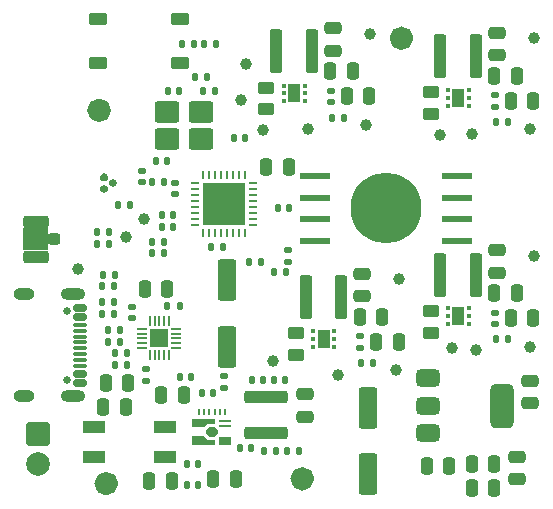
<source format=gbr>
%TF.GenerationSoftware,KiCad,Pcbnew,9.0.3*%
%TF.CreationDate,2025-12-31T13:04:55+01:00*%
%TF.ProjectId,Lars-10W-RGBW-V1,4c617273-2d31-4305-972d-524742572d56,rev?*%
%TF.SameCoordinates,Original*%
%TF.FileFunction,Soldermask,Top*%
%TF.FilePolarity,Negative*%
%FSLAX46Y46*%
G04 Gerber Fmt 4.6, Leading zero omitted, Abs format (unit mm)*
G04 Created by KiCad (PCBNEW 9.0.3) date 2025-12-31 13:04:55*
%MOMM*%
%LPD*%
G01*
G04 APERTURE LIST*
G04 Aperture macros list*
%AMRoundRect*
0 Rectangle with rounded corners*
0 $1 Rounding radius*
0 $2 $3 $4 $5 $6 $7 $8 $9 X,Y pos of 4 corners*
0 Add a 4 corners polygon primitive as box body*
4,1,4,$2,$3,$4,$5,$6,$7,$8,$9,$2,$3,0*
0 Add four circle primitives for the rounded corners*
1,1,$1+$1,$2,$3*
1,1,$1+$1,$4,$5*
1,1,$1+$1,$6,$7*
1,1,$1+$1,$8,$9*
0 Add four rect primitives between the rounded corners*
20,1,$1+$1,$2,$3,$4,$5,0*
20,1,$1+$1,$4,$5,$6,$7,0*
20,1,$1+$1,$6,$7,$8,$9,0*
20,1,$1+$1,$8,$9,$2,$3,0*%
%AMFreePoly0*
4,1,7,1.447800,-0.050800,0.812800,-0.050800,0.508000,-0.355600,-0.508000,-0.355600,-0.508000,0.355600,1.447800,0.355600,1.447800,-0.050800,1.447800,-0.050800,$1*%
%AMFreePoly1*
4,1,9,0.546100,0.114300,0.546100,-0.114300,0.241300,-0.419100,-0.241300,-0.419100,-0.546100,-0.114300,-0.546100,0.114300,-0.241300,0.419100,0.241300,0.419100,0.546100,0.114300,0.546100,0.114300,$1*%
%AMFreePoly2*
4,1,7,0.812800,0.076200,1.447800,0.076200,1.447800,-0.381000,-0.508000,-0.381000,-0.508000,0.381000,0.508000,0.381000,0.812800,0.076200,0.812800,0.076200,$1*%
G04 Aperture macros list end*
%ADD10C,1.000000*%
%ADD11RoundRect,0.250000X0.450000X-0.262500X0.450000X0.262500X-0.450000X0.262500X-0.450000X-0.262500X0*%
%ADD12RoundRect,0.250000X-0.300000X-1.600000X0.300000X-1.600000X0.300000X1.600000X-0.300000X1.600000X0*%
%ADD13RoundRect,0.140000X0.170000X-0.140000X0.170000X0.140000X-0.170000X0.140000X-0.170000X-0.140000X0*%
%ADD14RoundRect,0.250000X-0.750000X0.750000X-0.750000X-0.750000X0.750000X-0.750000X0.750000X0.750000X0*%
%ADD15C,2.000000*%
%ADD16RoundRect,0.135000X-0.135000X-0.185000X0.135000X-0.185000X0.135000X0.185000X-0.135000X0.185000X0*%
%ADD17RoundRect,0.140000X-0.140000X-0.170000X0.140000X-0.170000X0.140000X0.170000X-0.140000X0.170000X0*%
%ADD18RoundRect,0.250000X0.250000X0.475000X-0.250000X0.475000X-0.250000X-0.475000X0.250000X-0.475000X0*%
%ADD19RoundRect,0.140000X-0.170000X0.140000X-0.170000X-0.140000X0.170000X-0.140000X0.170000X0.140000X0*%
%ADD20RoundRect,0.250000X-0.475000X0.250000X-0.475000X-0.250000X0.475000X-0.250000X0.475000X0.250000X0*%
%ADD21R,2.500000X0.600000*%
%ADD22C,6.000000*%
%ADD23RoundRect,0.062500X-0.312500X-0.062500X0.312500X-0.062500X0.312500X0.062500X-0.312500X0.062500X0*%
%ADD24RoundRect,0.062500X-0.062500X-0.312500X0.062500X-0.312500X0.062500X0.312500X-0.062500X0.312500X0*%
%ADD25R,3.650000X3.650000*%
%ADD26RoundRect,0.093750X0.093750X0.106250X-0.093750X0.106250X-0.093750X-0.106250X0.093750X-0.106250X0*%
%ADD27R,1.000000X1.600000*%
%ADD28RoundRect,0.135000X0.135000X0.185000X-0.135000X0.185000X-0.135000X-0.185000X0.135000X-0.185000X0*%
%ADD29C,1.000000*%
%ADD30RoundRect,0.250000X-0.800000X-0.650000X0.800000X-0.650000X0.800000X0.650000X-0.800000X0.650000X0*%
%ADD31RoundRect,0.250000X-0.250000X-0.475000X0.250000X-0.475000X0.250000X0.475000X-0.250000X0.475000X0*%
%ADD32R,1.875000X1.050000*%
%ADD33RoundRect,0.250000X0.550000X-1.500000X0.550000X1.500000X-0.550000X1.500000X-0.550000X-1.500000X0*%
%ADD34RoundRect,0.135000X-0.185000X0.135000X-0.185000X-0.135000X0.185000X-0.135000X0.185000X0.135000X0*%
%ADD35RoundRect,0.250000X0.475000X-0.250000X0.475000X0.250000X-0.475000X0.250000X-0.475000X-0.250000X0*%
%ADD36RoundRect,0.140000X-0.206244X-0.077224X0.036244X-0.217224X0.206244X0.077224X-0.036244X0.217224X0*%
%ADD37RoundRect,0.250000X1.600000X-0.300000X1.600000X0.300000X-1.600000X0.300000X-1.600000X-0.300000X0*%
%ADD38RoundRect,0.140000X0.140000X0.170000X-0.140000X0.170000X-0.140000X-0.170000X0.140000X-0.170000X0*%
%ADD39RoundRect,0.375000X-0.625000X-0.375000X0.625000X-0.375000X0.625000X0.375000X-0.625000X0.375000X0*%
%ADD40RoundRect,0.500000X-0.500000X-1.400000X0.500000X-1.400000X0.500000X1.400000X-0.500000X1.400000X0*%
%ADD41RoundRect,0.250000X-0.550000X1.500000X-0.550000X-1.500000X0.550000X-1.500000X0.550000X1.500000X0*%
%ADD42RoundRect,0.250000X0.275000X0.250000X-0.275000X0.250000X-0.275000X-0.250000X0.275000X-0.250000X0*%
%ADD43RoundRect,0.250000X0.850000X0.275000X-0.850000X0.275000X-0.850000X-0.275000X0.850000X-0.275000X0*%
%ADD44RoundRect,0.165000X0.610000X0.385000X-0.610000X0.385000X-0.610000X-0.385000X0.610000X-0.385000X0*%
%ADD45RoundRect,0.050000X-0.375000X-0.050000X0.375000X-0.050000X0.375000X0.050000X-0.375000X0.050000X0*%
%ADD46RoundRect,0.050000X-0.050000X-0.375000X0.050000X-0.375000X0.050000X0.375000X-0.050000X0.375000X0*%
%ADD47R,1.650000X1.650000*%
%ADD48RoundRect,0.140000X-0.036244X-0.217224X0.206244X-0.077224X0.036244X0.217224X-0.206244X0.077224X0*%
%ADD49FreePoly0,0.000000*%
%ADD50FreePoly1,0.000000*%
%ADD51FreePoly2,0.000000*%
%ADD52R,1.092200X0.762000*%
%ADD53R,1.092200X0.254000*%
%ADD54R,0.254000X0.609600*%
%ADD55RoundRect,0.147500X-0.147500X-0.172500X0.147500X-0.172500X0.147500X0.172500X-0.147500X0.172500X0*%
%ADD56C,0.650000*%
%ADD57RoundRect,0.150000X-0.425000X0.150000X-0.425000X-0.150000X0.425000X-0.150000X0.425000X0.150000X0*%
%ADD58RoundRect,0.075000X-0.500000X0.075000X-0.500000X-0.075000X0.500000X-0.075000X0.500000X0.075000X0*%
%ADD59O,2.100000X1.000000*%
%ADD60O,1.800000X1.000000*%
G04 APERTURE END LIST*
%TO.C,FID2*%
D10*
X140200000Y-42400000D02*
G75*
G02*
X139200000Y-42400000I-500000J0D01*
G01*
X139200000Y-42400000D02*
G75*
G02*
X140200000Y-42400000I500000J0D01*
G01*
%TO.C,FID4*%
X115200000Y-80100000D02*
G75*
G02*
X114200000Y-80100000I-500000J0D01*
G01*
X114200000Y-80100000D02*
G75*
G02*
X115200000Y-80100000I500000J0D01*
G01*
%TO.C,J101*%
G36*
X109765000Y-60340000D02*
G01*
X107675000Y-60340000D01*
X107675000Y-58460000D01*
X109765000Y-58460000D01*
X109765000Y-60340000D01*
G37*
%TO.C,FID1*%
X114600000Y-48500000D02*
G75*
G02*
X113600000Y-48500000I-500000J0D01*
G01*
X113600000Y-48500000D02*
G75*
G02*
X114600000Y-48500000I500000J0D01*
G01*
%TO.C,FID3*%
X131800000Y-79700000D02*
G75*
G02*
X130800000Y-79700000I-500000J0D01*
G01*
X130800000Y-79700000D02*
G75*
G02*
X131800000Y-79700000I500000J0D01*
G01*
%TD*%
D11*
%TO.C,R501*%
X142200000Y-48812500D03*
X142200000Y-46987500D03*
%TD*%
%TO.C,R401*%
X142200000Y-67312500D03*
X142200000Y-65487500D03*
%TD*%
%TO.C,R301*%
X130800000Y-69212500D03*
X130800000Y-67387500D03*
%TD*%
%TO.C,R201*%
X128200000Y-48412500D03*
X128200000Y-46587500D03*
%TD*%
D12*
%TO.C,L401*%
X143000000Y-62400000D03*
X146000000Y-62400000D03*
%TD*%
D13*
%TO.C,C609*%
X124700000Y-71980000D03*
X124700000Y-71020000D03*
%TD*%
D14*
%TO.C,J601*%
X108900000Y-75900000D03*
D15*
X108900000Y-78440000D03*
%TD*%
D16*
%TO.C,R20*%
X119890000Y-65100000D03*
X120910000Y-65100000D03*
%TD*%
D17*
%TO.C,C614*%
X128920000Y-71300000D03*
X129880000Y-71300000D03*
%TD*%
D18*
%TO.C,C303*%
X139450000Y-68100000D03*
X137550000Y-68100000D03*
%TD*%
D19*
%TO.C,C19*%
X118100000Y-70420000D03*
X118100000Y-71380000D03*
%TD*%
D20*
%TO.C,C612*%
X131500000Y-72550000D03*
X131500000Y-74450000D03*
%TD*%
D16*
%TO.C,R19*%
X114890000Y-68100000D03*
X115910000Y-68100000D03*
%TD*%
D21*
%TO.C,D2*%
X144400000Y-59545000D03*
X144400000Y-57715000D03*
X144400000Y-55885000D03*
X144400000Y-54055000D03*
X132400000Y-59545000D03*
X132400000Y-57715000D03*
X132400000Y-55885000D03*
X132400000Y-54055000D03*
D22*
X138400000Y-56800000D03*
%TD*%
D13*
%TO.C,C504*%
X147600000Y-48180000D03*
X147600000Y-47220000D03*
%TD*%
D23*
%TO.C,U101*%
X122205000Y-54670000D03*
X122205000Y-55170000D03*
X122205000Y-55670000D03*
X122205000Y-56170000D03*
X122205000Y-56670000D03*
X122205000Y-57170000D03*
X122205000Y-57670000D03*
X122205000Y-58170000D03*
D24*
X122930000Y-58895000D03*
X123430000Y-58895000D03*
X123930000Y-58895000D03*
X124430000Y-58895000D03*
X124930000Y-58895000D03*
X125430000Y-58895000D03*
X125930000Y-58895000D03*
X126430000Y-58895000D03*
D23*
X127155000Y-58170000D03*
X127155000Y-57670000D03*
X127155000Y-57170000D03*
X127155000Y-56670000D03*
X127155000Y-56170000D03*
X127155000Y-55670000D03*
X127155000Y-55170000D03*
X127155000Y-54670000D03*
D24*
X126430000Y-53945000D03*
X125930000Y-53945000D03*
X125430000Y-53945000D03*
X124930000Y-53945000D03*
X124430000Y-53945000D03*
X123930000Y-53945000D03*
X123430000Y-53945000D03*
X122930000Y-53945000D03*
D25*
X124680000Y-56420000D03*
%TD*%
D19*
%TO.C,C14*%
X120500000Y-54620000D03*
X120500000Y-55580000D03*
%TD*%
D17*
%TO.C,C615*%
X126020000Y-77100000D03*
X126980000Y-77100000D03*
%TD*%
D26*
%TO.C,U302*%
X133987500Y-68500000D03*
X133987500Y-67850000D03*
X133987500Y-67200000D03*
X132212500Y-67200000D03*
X132212500Y-67850000D03*
X132212500Y-68500000D03*
D27*
X133100000Y-67850000D03*
%TD*%
D28*
%TO.C,R13*%
X114920000Y-58800000D03*
X113900000Y-58800000D03*
%TD*%
D29*
%TO.C,TP15*%
X128800000Y-69700000D03*
%TD*%
D28*
%TO.C,R1*%
X116433995Y-70076394D03*
X115413995Y-70076394D03*
%TD*%
D30*
%TO.C,Y1*%
X119850000Y-50950000D03*
X122750000Y-50950000D03*
X122750000Y-48650000D03*
X119850000Y-48650000D03*
%TD*%
D29*
%TO.C,TP2*%
X126500000Y-44550000D03*
%TD*%
D31*
%TO.C,C18*%
X117983005Y-63639666D03*
X119883005Y-63639666D03*
%TD*%
D32*
%TO.C,U601*%
X119700000Y-77850000D03*
X119700000Y-75350000D03*
X113700000Y-75350000D03*
X113700000Y-77850000D03*
%TD*%
D26*
%TO.C,U402*%
X145387500Y-66550000D03*
X145387500Y-65900000D03*
X145387500Y-65250000D03*
X143612500Y-65250000D03*
X143612500Y-65900000D03*
X143612500Y-66550000D03*
D27*
X144500000Y-65900000D03*
%TD*%
D28*
%TO.C,R15*%
X115410000Y-62400000D03*
X114390000Y-62400000D03*
%TD*%
D12*
%TO.C,L501*%
X143000000Y-43900000D03*
X146000000Y-43900000D03*
%TD*%
%TO.C,L301*%
X131600000Y-64300000D03*
X134600000Y-64300000D03*
%TD*%
D13*
%TO.C,C204*%
X133705000Y-47785000D03*
X133705000Y-46825000D03*
%TD*%
D31*
%TO.C,C201*%
X133655000Y-45205000D03*
X135555000Y-45205000D03*
%TD*%
D29*
%TO.C,TP19*%
X139500000Y-62800000D03*
%TD*%
D33*
%TO.C,C601*%
X124900000Y-68500000D03*
X124900000Y-62900000D03*
%TD*%
D28*
%TO.C,R12*%
X119610000Y-60600000D03*
X118590000Y-60600000D03*
%TD*%
D29*
%TO.C,TP8*%
X146000000Y-68800000D03*
%TD*%
D16*
%TO.C,R9*%
X122990000Y-42900000D03*
X124010000Y-42900000D03*
%TD*%
D31*
%TO.C,C15*%
X123750000Y-79700000D03*
X125650000Y-79700000D03*
%TD*%
D34*
%TO.C,R5*%
X130100000Y-60290000D03*
X130100000Y-61310000D03*
%TD*%
D29*
%TO.C,TP5*%
X116400000Y-59200000D03*
%TD*%
D13*
%TO.C,C13*%
X117700000Y-54580000D03*
X117700000Y-53620000D03*
%TD*%
D35*
%TO.C,C402*%
X147800000Y-62250000D03*
X147800000Y-60350000D03*
%TD*%
%TO.C,C11*%
X150600000Y-73300000D03*
X150600000Y-71400000D03*
%TD*%
D12*
%TO.C,L201*%
X129100000Y-43500000D03*
X132100000Y-43500000D03*
%TD*%
D16*
%TO.C,R402*%
X147690000Y-67900000D03*
X148710000Y-67900000D03*
%TD*%
D13*
%TO.C,C404*%
X147600000Y-66580000D03*
X147600000Y-65620000D03*
%TD*%
D26*
%TO.C,U202*%
X131492500Y-47705000D03*
X131492500Y-47055000D03*
X131492500Y-46405000D03*
X129717500Y-46405000D03*
X129717500Y-47055000D03*
X129717500Y-47705000D03*
D27*
X130605000Y-47055000D03*
%TD*%
D29*
%TO.C,TP20*%
X150900000Y-60800000D03*
%TD*%
D36*
%TO.C,C102*%
X114484308Y-54160000D03*
X115315692Y-54640000D03*
%TD*%
D16*
%TO.C,R202*%
X133795000Y-49105000D03*
X134815000Y-49105000D03*
%TD*%
D29*
%TO.C,TP21*%
X150900000Y-42400000D03*
%TD*%
D37*
%TO.C,L601*%
X128200000Y-75800000D03*
X128200000Y-72800000D03*
%TD*%
D18*
%TO.C,C607*%
X121250000Y-72600000D03*
X119350000Y-72600000D03*
%TD*%
D38*
%TO.C,C12*%
X120380000Y-58400000D03*
X119420000Y-58400000D03*
%TD*%
D18*
%TO.C,C203*%
X136955000Y-47305000D03*
X135055000Y-47305000D03*
%TD*%
D39*
%TO.C,U603*%
X141950000Y-71200000D03*
X141950000Y-73500000D03*
X141950000Y-75800000D03*
D40*
X148250000Y-73500000D03*
%TD*%
D38*
%TO.C,C613*%
X127980000Y-71300000D03*
X127020000Y-71300000D03*
%TD*%
D16*
%TO.C,R11*%
X118590000Y-59610000D03*
X119610000Y-59610000D03*
%TD*%
D31*
%TO.C,C610*%
X141850000Y-78600000D03*
X143750000Y-78600000D03*
%TD*%
D28*
%TO.C,R7*%
X129910000Y-62200000D03*
X128890000Y-62200000D03*
%TD*%
D38*
%TO.C,C604*%
X121880000Y-71100000D03*
X120920000Y-71100000D03*
%TD*%
D28*
%TO.C,R601*%
X131010000Y-77300000D03*
X129990000Y-77300000D03*
%TD*%
D41*
%TO.C,C611*%
X136900000Y-73700000D03*
X136900000Y-79300000D03*
%TD*%
D17*
%TO.C,C2*%
X118920000Y-52800000D03*
X119880000Y-52800000D03*
%TD*%
D16*
%TO.C,R14*%
X113890000Y-59800000D03*
X114910000Y-59800000D03*
%TD*%
%TO.C,R6*%
X126790000Y-61300000D03*
X127810000Y-61300000D03*
%TD*%
D13*
%TO.C,C304*%
X136200000Y-68580000D03*
X136200000Y-67620000D03*
%TD*%
D42*
%TO.C,J101*%
X110300000Y-59400000D03*
D43*
X108775000Y-60875000D03*
X108775000Y-57925000D03*
%TD*%
D13*
%TO.C,C17*%
X116900000Y-66080000D03*
X116900000Y-65120000D03*
%TD*%
D17*
%TO.C,C5*%
X129240000Y-56800000D03*
X130200000Y-56800000D03*
%TD*%
D29*
%TO.C,TP11*%
X139200000Y-70500000D03*
%TD*%
%TO.C,TP14*%
X128000000Y-50200000D03*
%TD*%
D16*
%TO.C,R502*%
X147690000Y-49500000D03*
X148710000Y-49500000D03*
%TD*%
D31*
%TO.C,C617*%
X128250000Y-53300000D03*
X130150000Y-53300000D03*
%TD*%
D16*
%TO.C,R16*%
X114380000Y-63400000D03*
X115400000Y-63400000D03*
%TD*%
D18*
%TO.C,C603*%
X120250000Y-79900000D03*
X118350000Y-79900000D03*
%TD*%
D44*
%TO.C,SW2*%
X120970000Y-40730000D03*
X114020000Y-40730000D03*
%TD*%
D29*
%TO.C,TP16*%
X143996973Y-68651551D03*
%TD*%
%TO.C,TP1*%
X126100000Y-47600000D03*
%TD*%
D17*
%TO.C,C6*%
X125520000Y-50800000D03*
X126480000Y-50800000D03*
%TD*%
D29*
%TO.C,TP18*%
X137005000Y-42005000D03*
%TD*%
D16*
%TO.C,R602*%
X128090000Y-77300000D03*
X129110000Y-77300000D03*
%TD*%
D35*
%TO.C,C202*%
X133905000Y-43455000D03*
X133905000Y-41555000D03*
%TD*%
D17*
%TO.C,C606*%
X121520000Y-78400000D03*
X122480000Y-78400000D03*
%TD*%
%TO.C,C7*%
X115720000Y-56500000D03*
X116680000Y-56500000D03*
%TD*%
D44*
%TO.C,SW1*%
X120970000Y-44530000D03*
X114020000Y-44530000D03*
%TD*%
D31*
%TO.C,C401*%
X147550000Y-64000000D03*
X149450000Y-64000000D03*
%TD*%
D38*
%TO.C,C608*%
X123780000Y-72400000D03*
X122820000Y-72400000D03*
%TD*%
D18*
%TO.C,C403*%
X150850000Y-66100000D03*
X148950000Y-66100000D03*
%TD*%
D29*
%TO.C,TP4*%
X117900000Y-57700000D03*
%TD*%
D16*
%TO.C,R302*%
X136290000Y-69900000D03*
X137310000Y-69900000D03*
%TD*%
D29*
%TO.C,TP12*%
X150600000Y-68500000D03*
%TD*%
D35*
%TO.C,C302*%
X136400000Y-64250000D03*
X136400000Y-62350000D03*
%TD*%
D16*
%TO.C,R18*%
X114890000Y-67100000D03*
X115910000Y-67100000D03*
%TD*%
D45*
%TO.C,U1*%
X117750000Y-67000000D03*
X117750000Y-67400000D03*
X117750000Y-67800000D03*
X117750000Y-68200000D03*
X117750000Y-68600000D03*
D46*
X118400000Y-69250000D03*
X118800000Y-69250000D03*
X119200000Y-69250000D03*
X119600000Y-69250000D03*
X120000000Y-69250000D03*
D45*
X120650000Y-68600000D03*
X120650000Y-68200000D03*
X120650000Y-67800000D03*
X120650000Y-67400000D03*
X120650000Y-67000000D03*
D46*
X120000000Y-66350000D03*
X119600000Y-66350000D03*
X119200000Y-66350000D03*
X118800000Y-66350000D03*
X118400000Y-66350000D03*
D47*
X119200000Y-67800000D03*
%TD*%
D29*
%TO.C,TP7*%
X134300000Y-70900000D03*
%TD*%
D18*
%TO.C,C503*%
X150850000Y-47700000D03*
X148950000Y-47700000D03*
%TD*%
D19*
%TO.C,C101*%
X114500000Y-54220000D03*
X114500000Y-55180000D03*
%TD*%
D28*
%TO.C,R10*%
X122110000Y-42900000D03*
X121090000Y-42900000D03*
%TD*%
D48*
%TO.C,C103*%
X114484308Y-55140000D03*
X115315692Y-54660000D03*
%TD*%
D31*
%TO.C,C501*%
X147550000Y-45600000D03*
X149450000Y-45600000D03*
%TD*%
D29*
%TO.C,TP17*%
X143000000Y-50600000D03*
%TD*%
D17*
%TO.C,C605*%
X121520000Y-80200000D03*
X122480000Y-80200000D03*
%TD*%
D29*
%TO.C,TP6*%
X131805000Y-50105000D03*
%TD*%
D18*
%TO.C,C16*%
X116350000Y-73600000D03*
X114450000Y-73600000D03*
%TD*%
D38*
%TO.C,C1*%
X123880000Y-46900000D03*
X122920000Y-46900000D03*
%TD*%
D29*
%TO.C,TP10*%
X136705000Y-49705000D03*
%TD*%
D28*
%TO.C,R2*%
X116433995Y-69076394D03*
X115413995Y-69076394D03*
%TD*%
D35*
%TO.C,C502*%
X147800000Y-43850000D03*
X147800000Y-41950000D03*
%TD*%
D18*
%TO.C,C9*%
X147550000Y-80500000D03*
X145650000Y-80500000D03*
%TD*%
D28*
%TO.C,R4*%
X115400000Y-64700000D03*
X114380000Y-64700000D03*
%TD*%
D29*
%TO.C,TP9*%
X145700000Y-50500000D03*
%TD*%
D38*
%TO.C,C8*%
X120380000Y-57400000D03*
X119420000Y-57400000D03*
%TD*%
D26*
%TO.C,U502*%
X145387500Y-48100000D03*
X145387500Y-47450000D03*
X145387500Y-46800000D03*
X143612500Y-46800000D03*
X143612500Y-47450000D03*
X143612500Y-48100000D03*
D27*
X144500000Y-47450000D03*
%TD*%
D20*
%TO.C,C616*%
X149500000Y-77850000D03*
X149500000Y-79750000D03*
%TD*%
D29*
%TO.C,TP13*%
X150600000Y-50100000D03*
%TD*%
D18*
%TO.C,C10*%
X147550000Y-78400000D03*
X145650000Y-78400000D03*
%TD*%
D31*
%TO.C,C301*%
X136150000Y-66000000D03*
X138050000Y-66000000D03*
%TD*%
D29*
%TO.C,TP3*%
X112300000Y-61900000D03*
%TD*%
D49*
%TO.C,U602*%
X122460660Y-74972825D03*
D50*
X123650650Y-75722125D03*
D51*
X122460660Y-76496825D03*
D52*
X124800000Y-76500000D03*
D53*
X124800000Y-75223650D03*
X124800000Y-74772800D03*
D54*
X124777775Y-74048900D03*
X124326925Y-74048900D03*
X123876075Y-74048900D03*
X123425225Y-74048900D03*
X122974375Y-74048900D03*
X122523525Y-74048900D03*
%TD*%
D17*
%TO.C,C4*%
X123600000Y-60100000D03*
X124560000Y-60100000D03*
%TD*%
D28*
%TO.C,R8*%
X123210000Y-45700000D03*
X122190000Y-45700000D03*
%TD*%
D55*
%TO.C,L1*%
X118615000Y-54600000D03*
X119585000Y-54600000D03*
%TD*%
D56*
%TO.C,J1*%
X111405000Y-65510000D03*
X111405000Y-71290000D03*
D57*
X112480000Y-65200000D03*
X112480000Y-66000000D03*
D58*
X112480000Y-67150000D03*
X112480000Y-68150000D03*
X112480000Y-68650000D03*
X112480000Y-69650000D03*
D57*
X112480000Y-70800000D03*
X112480000Y-71600000D03*
X112480000Y-71600000D03*
X112480000Y-70800000D03*
D58*
X112480000Y-70150000D03*
X112480000Y-69150000D03*
X112480000Y-67650000D03*
X112480000Y-66650000D03*
D57*
X112480000Y-66000000D03*
X112480000Y-65200000D03*
D59*
X111905000Y-64080000D03*
D60*
X107725000Y-64080000D03*
D59*
X111905000Y-72720000D03*
D60*
X107725000Y-72720000D03*
%TD*%
D28*
%TO.C,R3*%
X115400000Y-65700000D03*
X114380000Y-65700000D03*
%TD*%
D18*
%TO.C,C20*%
X116550000Y-71600000D03*
X114650000Y-71600000D03*
%TD*%
D17*
%TO.C,C3*%
X119920000Y-46900000D03*
X120880000Y-46900000D03*
%TD*%
M02*

</source>
